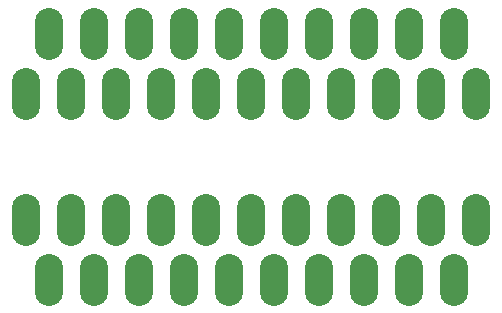
<source format=gbs>
G04 #@! TF.FileFunction,Soldermask,Bot*
%FSLAX46Y46*%
G04 Gerber Fmt 4.6, Leading zero omitted, Abs format (unit mm)*
G04 Created by KiCad (PCBNEW 4.0.7) date 07/22/18 01:51:21*
%MOMM*%
%LPD*%
G01*
G04 APERTURE LIST*
%ADD10C,0.100000*%
%ADD11O,2.400000X4.400000*%
G04 APERTURE END LIST*
D10*
D11*
X150241000Y-125984000D03*
X146431000Y-125984000D03*
X142621000Y-125984000D03*
X148336000Y-120904000D03*
X144526000Y-120904000D03*
X140716000Y-120904000D03*
X138811000Y-125984000D03*
X136906000Y-120904000D03*
X135001000Y-125984000D03*
X133096000Y-120904000D03*
X131191000Y-125984000D03*
X129286000Y-120904000D03*
X167386000Y-120904000D03*
X165481000Y-125984000D03*
X163576000Y-120904000D03*
X161671000Y-125984000D03*
X159766000Y-120904000D03*
X157861000Y-125984000D03*
X155956000Y-120904000D03*
X154051000Y-125984000D03*
X152146000Y-120904000D03*
X146431000Y-105156000D03*
X150241000Y-105156000D03*
X154051000Y-105156000D03*
X148336000Y-110236000D03*
X152146000Y-110236000D03*
X155956000Y-110236000D03*
X157861000Y-105156000D03*
X159766000Y-110236000D03*
X161671000Y-105156000D03*
X163576000Y-110236000D03*
X165481000Y-105156000D03*
X167386000Y-110236000D03*
X129286000Y-110236000D03*
X131191000Y-105156000D03*
X133096000Y-110236000D03*
X135001000Y-105156000D03*
X136906000Y-110236000D03*
X138811000Y-105156000D03*
X140716000Y-110236000D03*
X142621000Y-105156000D03*
X144526000Y-110236000D03*
M02*

</source>
